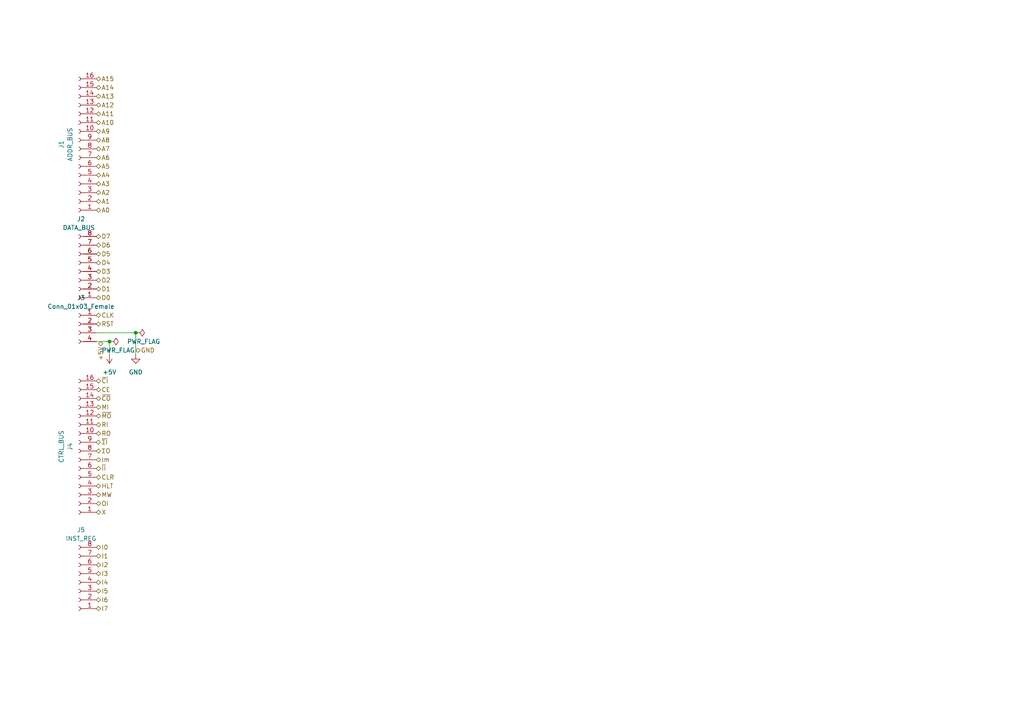
<source format=kicad_sch>
(kicad_sch (version 20211123) (generator eeschema)
  (paper "A4")
  (lib_symbols
    (symbol "Connector:Conn_01x04_Female" (pin_names (offset 1.016) hide)
      (property "Reference" "J" (at 0 5.08 0))
      (property "Value" "Conn_01x04_Female" (at 0 -7.62 0))
      (symbol "Conn_01x04_Female_1_1"
        (arc (start 0 -4.572) (mid -0.508 -5.08) (end 0 -5.588) (stroke (width 0.1524)))
        (arc (start 0 -2.032) (mid -0.508 -2.54) (end 0 -3.048) (stroke (width 0.1524)))
        (polyline (pts (xy -1.27 -5.08) (xy -0.508 -5.08)) (stroke (width 0.1524)))
        (polyline (pts (xy -1.27 -2.54) (xy -0.508 -2.54)) (stroke (width 0.1524)))
        (polyline (pts (xy -1.27 0) (xy -0.508 0)) (stroke (width 0.1524)))
        (polyline (pts (xy -1.27 2.54) (xy -0.508 2.54)) (stroke (width 0.1524)))
        (arc (start 0 0.508) (mid -0.508 0) (end 0 -0.508) (stroke (width 0.1524)))
        (arc (start 0 3.048) (mid -0.508 2.54) (end 0 2.032) (stroke (width 0.1524)))
        (pin passive line (at -5.08 2.54 0) (length 3.81) (name "Pin_1") (number "1"))
        (pin passive line (at -5.08 0 0) (length 3.81) (name "Pin_2") (number "2"))
        (pin passive line (at -5.08 -2.54 0) (length 3.81) (name "Pin_3") (number "3"))
        (pin passive line (at -5.08 -5.08 0) (length 3.81) (name "Pin_4") (number "4"))
      )
    )
    (symbol "Connector:Conn_01x08_Female" (pin_names (offset 1.016) hide)
      (property "Reference" "J" (at 0 10.16 0))
      (property "Value" "Conn_01x08_Female" (at 0 -12.7 0))
      (symbol "Conn_01x08_Female_1_1"
        (arc (start 0 -9.652) (mid -0.508 -10.16) (end 0 -10.668) (stroke (width 0.1524)))
        (arc (start 0 -7.112) (mid -0.508 -7.62) (end 0 -8.128) (stroke (width 0.1524)))
        (arc (start 0 -4.572) (mid -0.508 -5.08) (end 0 -5.588) (stroke (width 0.1524)))
        (arc (start 0 -2.032) (mid -0.508 -2.54) (end 0 -3.048) (stroke (width 0.1524)))
        (polyline (pts (xy -1.27 -10.16) (xy -0.508 -10.16)) (stroke (width 0.1524)))
        (polyline (pts (xy -1.27 -7.62) (xy -0.508 -7.62)) (stroke (width 0.1524)))
        (polyline (pts (xy -1.27 -5.08) (xy -0.508 -5.08)) (stroke (width 0.1524)))
        (polyline (pts (xy -1.27 -2.54) (xy -0.508 -2.54)) (stroke (width 0.1524)))
        (polyline (pts (xy -1.27 0) (xy -0.508 0)) (stroke (width 0.1524)))
        (polyline (pts (xy -1.27 2.54) (xy -0.508 2.54)) (stroke (width 0.1524)))
        (polyline (pts (xy -1.27 5.08) (xy -0.508 5.08)) (stroke (width 0.1524)))
        (polyline (pts (xy -1.27 7.62) (xy -0.508 7.62)) (stroke (width 0.1524)))
        (arc (start 0 0.508) (mid -0.508 0) (end 0 -0.508) (stroke (width 0.1524)))
        (arc (start 0 3.048) (mid -0.508 2.54) (end 0 2.032) (stroke (width 0.1524)))
        (arc (start 0 5.588) (mid -0.508 5.08) (end 0 4.572) (stroke (width 0.1524)))
        (arc (start 0 8.128) (mid -0.508 7.62) (end 0 7.112) (stroke (width 0.1524)))
        (pin passive line (at -5.08 7.62 0) (length 3.81) (name "Pin_1") (number "1"))
        (pin passive line (at -5.08 5.08 0) (length 3.81) (name "Pin_2") (number "2"))
        (pin passive line (at -5.08 2.54 0) (length 3.81) (name "Pin_3") (number "3"))
        (pin passive line (at -5.08 0 0) (length 3.81) (name "Pin_4") (number "4"))
        (pin passive line (at -5.08 -2.54 0) (length 3.81) (name "Pin_5") (number "5"))
        (pin passive line (at -5.08 -5.08 0) (length 3.81) (name "Pin_6") (number "6"))
        (pin passive line (at -5.08 -7.62 0) (length 3.81) (name "Pin_7") (number "7"))
        (pin passive line (at -5.08 -10.16 0) (length 3.81) (name "Pin_8") (number "8"))
      )
    )
    (symbol "Connector:Conn_01x16_Female" (pin_names (offset 1.016) hide)
      (property "Reference" "J" (at 0 20.32 0))
      (property "Value" "Conn_01x16_Female" (at 0 -22.86 0))
      (symbol "Conn_01x16_Female_1_1"
        (arc (start 0 -19.812) (mid -0.508 -20.32) (end 0 -20.828) (stroke (width 0.1524)))
        (arc (start 0 -17.272) (mid -0.508 -17.78) (end 0 -18.288) (stroke (width 0.1524)))
        (arc (start 0 -14.732) (mid -0.508 -15.24) (end 0 -15.748) (stroke (width 0.1524)))
        (arc (start 0 -12.192) (mid -0.508 -12.7) (end 0 -13.208) (stroke (width 0.1524)))
        (arc (start 0 -9.652) (mid -0.508 -10.16) (end 0 -10.668) (stroke (width 0.1524)))
        (arc (start 0 -7.112) (mid -0.508 -7.62) (end 0 -8.128) (stroke (width 0.1524)))
        (arc (start 0 -4.572) (mid -0.508 -5.08) (end 0 -5.588) (stroke (width 0.1524)))
        (arc (start 0 -2.032) (mid -0.508 -2.54) (end 0 -3.048) (stroke (width 0.1524)))
        (polyline (pts (xy -1.27 -20.32) (xy -0.508 -20.32)) (stroke (width 0.1524)))
        (polyline (pts (xy -1.27 -17.78) (xy -0.508 -17.78)) (stroke (width 0.1524)))
        (polyline (pts (xy -1.27 -15.24) (xy -0.508 -15.24)) (stroke (width 0.1524)))
        (polyline (pts (xy -1.27 -12.7) (xy -0.508 -12.7)) (stroke (width 0.1524)))
        (polyline (pts (xy -1.27 -10.16) (xy -0.508 -10.16)) (stroke (width 0.1524)))
        (polyline (pts (xy -1.27 -7.62) (xy -0.508 -7.62)) (stroke (width 0.1524)))
        (polyline (pts (xy -1.27 -5.08) (xy -0.508 -5.08)) (stroke (width 0.1524)))
        (polyline (pts (xy -1.27 -2.54) (xy -0.508 -2.54)) (stroke (width 0.1524)))
        (polyline (pts (xy -1.27 0) (xy -0.508 0)) (stroke (width 0.1524)))
        (polyline (pts (xy -1.27 2.54) (xy -0.508 2.54)) (stroke (width 0.1524)))
        (polyline (pts (xy -1.27 5.08) (xy -0.508 5.08)) (stroke (width 0.1524)))
        (polyline (pts (xy -1.27 7.62) (xy -0.508 7.62)) (stroke (width 0.1524)))
        (polyline (pts (xy -1.27 10.16) (xy -0.508 10.16)) (stroke (width 0.1524)))
        (polyline (pts (xy -1.27 12.7) (xy -0.508 12.7)) (stroke (width 0.1524)))
        (polyline (pts (xy -1.27 15.24) (xy -0.508 15.24)) (stroke (width 0.1524)))
        (polyline (pts (xy -1.27 17.78) (xy -0.508 17.78)) (stroke (width 0.1524)))
        (arc (start 0 0.508) (mid -0.508 0) (end 0 -0.508) (stroke (width 0.1524)))
        (arc (start 0 3.048) (mid -0.508 2.54) (end 0 2.032) (stroke (width 0.1524)))
        (arc (start 0 5.588) (mid -0.508 5.08) (end 0 4.572) (stroke (width 0.1524)))
        (arc (start 0 8.128) (mid -0.508 7.62) (end 0 7.112) (stroke (width 0.1524)))
        (arc (start 0 10.668) (mid -0.508 10.16) (end 0 9.652) (stroke (width 0.1524)))
        (arc (start 0 13.208) (mid -0.508 12.7) (end 0 12.192) (stroke (width 0.1524)))
        (arc (start 0 15.748) (mid -0.508 15.24) (end 0 14.732) (stroke (width 0.1524)))
        (arc (start 0 18.288) (mid -0.508 17.78) (end 0 17.272) (stroke (width 0.1524)))
        (pin passive line (at -5.08 17.78 0) (length 3.81) (name "Pin_1") (number "1"))
        (pin passive line (at -5.08 -5.08 0) (length 3.81) (name "Pin_10") (number "10"))
        (pin passive line (at -5.08 -7.62 0) (length 3.81) (name "Pin_11") (number "11"))
        (pin passive line (at -5.08 -10.16 0) (length 3.81) (name "Pin_12") (number "12"))
        (pin passive line (at -5.08 -12.7 0) (length 3.81) (name "Pin_13") (number "13"))
        (pin passive line (at -5.08 -15.24 0) (length 3.81) (name "Pin_14") (number "14"))
        (pin passive line (at -5.08 -17.78 0) (length 3.81) (name "Pin_15") (number "15"))
        (pin passive line (at -5.08 -20.32 0) (length 3.81) (name "Pin_16") (number "16"))
        (pin passive line (at -5.08 15.24 0) (length 3.81) (name "Pin_2") (number "2"))
        (pin passive line (at -5.08 12.7 0) (length 3.81) (name "Pin_3") (number "3"))
        (pin passive line (at -5.08 10.16 0) (length 3.81) (name "Pin_4") (number "4"))
        (pin passive line (at -5.08 7.62 0) (length 3.81) (name "Pin_5") (number "5"))
        (pin passive line (at -5.08 5.08 0) (length 3.81) (name "Pin_6") (number "6"))
        (pin passive line (at -5.08 2.54 0) (length 3.81) (name "Pin_7") (number "7"))
        (pin passive line (at -5.08 0 0) (length 3.81) (name "Pin_8") (number "8"))
        (pin passive line (at -5.08 -2.54 0) (length 3.81) (name "Pin_9") (number "9"))
      )
    )
    (symbol "power:+5V" (power) (pin_names (offset 0))
      (property "Value" "+5V" (at 0 3.556 0))
      (symbol "+5V_0_1"
        (polyline (pts (xy -0.762 1.27) (xy 0 2.54)))
        (polyline (pts (xy 0 0) (xy 0 2.54)))
        (polyline (pts (xy 0 2.54) (xy 0.762 1.27)))
      )
      (symbol "+5V_1_1"
        (pin power_in line (at 0 0 90) (length 0) hide (name "+5V") (number "1"))
      )
    )
    (symbol "power:GND" (power) (pin_names (offset 0))
      (property "Value" "GND" (at 0 -3.81 0))
      (symbol "GND_0_1"
        (polyline (pts (xy 0 0) (xy 0 -1.27) (xy 1.27 -1.27) (xy 0 -2.54) (xy -1.27 -1.27) (xy 0 -1.27)))
      )
      (symbol "GND_1_1"
        (pin power_in line (at 0 0 270) (length 0) hide (name "GND") (number "1"))
      )
    )
    (symbol "power:PWR_FLAG" (power) (pin_numbers hide) (pin_names (offset 0) hide)
      (property "Value" "PWR_FLAG" (at 0 3.81 0))
      (symbol "PWR_FLAG_0_0"
        (pin power_out line (at 0 0 90) (length 0) (name "pwr") (number "1"))
      )
      (symbol "PWR_FLAG_0_1"
        (polyline (pts (xy 0 0) (xy 0 1.27) (xy -1.016 1.905) (xy 0 2.54) (xy 1.016 1.905) (xy 0 1.27)))
      )
    )
  )
  (junction (at 39.37 96.52))
  (junction (at 31.75 99.06))
  (wire (pts (xy 39.37 96.52) (xy 39.37 102.87)))
  (wire (pts (xy 31.75 99.06) (xy 31.75 102.87)))
  (wire (pts (xy 27.94 96.52) (xy 39.37 96.52)))
  (wire (pts (xy 27.94 99.06) (xy 31.75 99.06)))
  (hierarchical_label "+5V" (shape bidirectional) (at 29.21 99.06 270))
  (hierarchical_label "RO" (shape bidirectional) (at 27.94 125.73 0))
  (hierarchical_label "I0" (shape tri_state) (at 27.94 158.75 0))
  (hierarchical_label "A11" (shape bidirectional) (at 27.94 33.02 0))
  (hierarchical_label "CE" (shape bidirectional) (at 27.94 113.03 0))
  (hierarchical_label "~{II}" (shape bidirectional) (at 27.94 135.89 0))
  (hierarchical_label "D2" (shape tri_state) (at 27.94 81.28 0))
  (hierarchical_label "D4" (shape tri_state) (at 27.94 76.2 0))
  (hierarchical_label "A5" (shape bidirectional) (at 27.94 48.26 0))
  (hierarchical_label "CLR" (shape bidirectional) (at 27.94 138.43 0))
  (hierarchical_label "X" (shape bidirectional) (at 27.94 148.59 0))
  (hierarchical_label "A13" (shape bidirectional) (at 27.94 27.94 0))
  (hierarchical_label "I3" (shape tri_state) (at 27.94 166.37 0))
  (hierarchical_label "A9" (shape bidirectional) (at 27.94 38.1 0))
  (hierarchical_label "~{MO}" (shape bidirectional) (at 27.94 120.65 0))
  (hierarchical_label "A8" (shape bidirectional) (at 27.94 40.64 0))
  (hierarchical_label "D7" (shape tri_state) (at 27.94 68.58 0))
  (hierarchical_label "HLT" (shape bidirectional) (at 27.94 140.97 0))
  (hierarchical_label "A10" (shape bidirectional) (at 27.94 35.56 0))
  (hierarchical_label "MI" (shape bidirectional) (at 27.94 118.11 0))
  (hierarchical_label "A14" (shape bidirectional) (at 27.94 25.4 0))
  (hierarchical_label "D1" (shape tri_state) (at 27.94 83.82 0))
  (hierarchical_label "CLK" (shape bidirectional) (at 27.94 91.44 0))
  (hierarchical_label "A3" (shape bidirectional) (at 27.94 53.34 0))
  (hierarchical_label "A7" (shape bidirectional) (at 27.94 43.18 0))
  (hierarchical_label "I4" (shape tri_state) (at 27.94 168.91 0))
  (hierarchical_label "I7" (shape tri_state) (at 27.94 176.53 0))
  (hierarchical_label "A2" (shape bidirectional) (at 27.94 55.88 0))
  (hierarchical_label "I6" (shape tri_state) (at 27.94 173.99 0))
  (hierarchical_label "A12" (shape bidirectional) (at 27.94 30.48 0))
  (hierarchical_label "A0" (shape bidirectional) (at 27.94 60.96 0))
  (hierarchical_label "~{CO}" (shape bidirectional) (at 27.94 115.57 0))
  (hierarchical_label "Im" (shape bidirectional) (at 27.94 133.35 0))
  (hierarchical_label "D6" (shape tri_state) (at 27.94 71.12 0))
  (hierarchical_label "ΣO" (shape bidirectional) (at 27.94 130.81 0))
  (hierarchical_label "~{ΣI}" (shape bidirectional) (at 27.94 128.27 0))
  (hierarchical_label "D0" (shape tri_state) (at 27.94 86.36 0))
  (hierarchical_label "RI" (shape bidirectional) (at 27.94 123.19 0))
  (hierarchical_label "GND" (shape bidirectional) (at 39.37 101.6 0))
  (hierarchical_label "OI" (shape bidirectional) (at 27.94 146.05 0))
  (hierarchical_label "I1" (shape tri_state) (at 27.94 161.29 0))
  (hierarchical_label "RST" (shape bidirectional) (at 27.94 93.98 0))
  (hierarchical_label "A1" (shape bidirectional) (at 27.94 58.42 0))
  (hierarchical_label "I2" (shape tri_state) (at 27.94 163.83 0))
  (hierarchical_label "~{CI}" (shape bidirectional) (at 27.94 110.49 0))
  (hierarchical_label "A4" (shape bidirectional) (at 27.94 50.8 0))
  (hierarchical_label "D5" (shape tri_state) (at 27.94 73.66 0))
  (hierarchical_label "MW" (shape bidirectional) (at 27.94 143.51 0))
  (hierarchical_label "I5" (shape tri_state) (at 27.94 171.45 0))
  (hierarchical_label "D3" (shape tri_state) (at 27.94 78.74 0))
  (hierarchical_label "A15" (shape bidirectional) (at 27.94 22.86 0))
  (hierarchical_label "A6" (shape bidirectional) (at 27.94 45.72 0))
  (symbol (lib_id "Connector:Conn_01x08_Female") (at 22.86 78.74 180) (unit 1)
    (property "Reference" "J2" (at 23.495 63.5 0))
    (property "Value" "DATA_BUS" (at 22.86 66.04 0))
    (property "Footprint" "Connector_PinSocket_2.54mm:PinSocket_1x08_P2.54mm_Vertical" (effects hide))
  )
  (symbol (lib_id "power:PWR_FLAG") (at 39.37 96.52 270) (unit 1)
    (property "Reference" "#FLG02" (effects hide))
    (property "Value" "PWR_FLAG" (at 36.83 99.06 90) (effects (justify left)))
  )
  (symbol (lib_id "Connector:Conn_01x04_Female") (at 22.86 93.98 0) (mirror y) (unit 1)
    (property "Reference" "J3" (at 23.495 86.36 0))
    (property "Value" "Conn_01x03_Female" (at 23.495 88.9 0))
    (property "Footprint" "Connector_PinSocket_2.54mm:PinSocket_1x04_P2.54mm_Vertical" (effects hide))
  )
  (symbol (lib_id "power:GND") (at 39.37 102.87 0) (unit 1)
    (property "Reference" "#PWR02" (effects hide))
    (property "Value" "GND" (at 39.37 107.95 0))
  )
  (symbol (lib_id "power:+5V") (at 31.75 102.87 180) (unit 1)
    (property "Reference" "#PWR01" (effects hide))
    (property "Value" "+5V" (at 31.75 107.95 0))
  )
  (symbol (lib_id "Connector:Conn_01x16_Female") (at 22.86 130.81 180) (unit 1)
    (property "Reference" "J4" (at 20.32 129.54 90))
    (property "Value" "CTRL_BUS" (at 17.78 129.54 90))
    (property "Footprint" "Connector_PinSocket_2.54mm:PinSocket_1x16_P2.54mm_Vertical" (effects hide))
  )
  (symbol (lib_id "Connector:Conn_01x08_Female") (at 22.86 168.91 180) (unit 1)
    (property "Reference" "J5" (at 23.495 153.67 0))
    (property "Value" "INST_REG" (at 23.495 156.21 0))
    (property "Footprint" "Connector_PinSocket_2.54mm:PinSocket_1x08_P2.54mm_Vertical" (effects hide))
  )
  (symbol (lib_id "power:PWR_FLAG") (at 31.75 99.06 270) (unit 1)
    (property "Reference" "#FLG01" (effects hide))
    (property "Value" "PWR_FLAG" (at 34.29 101.6 90))
  )
  (symbol (lib_id "Connector:Conn_01x16_Female") (at 22.86 43.18 180) (unit 1)
    (property "Reference" "J1" (at 17.78 41.91 90))
    (property "Value" "ADDR_BUS" (at 20.32 41.91 90))
    (property "Footprint" "Connector_PinSocket_2.54mm:PinSocket_1x16_P2.54mm_Vertical" (effects hide))
  )
)
</source>
